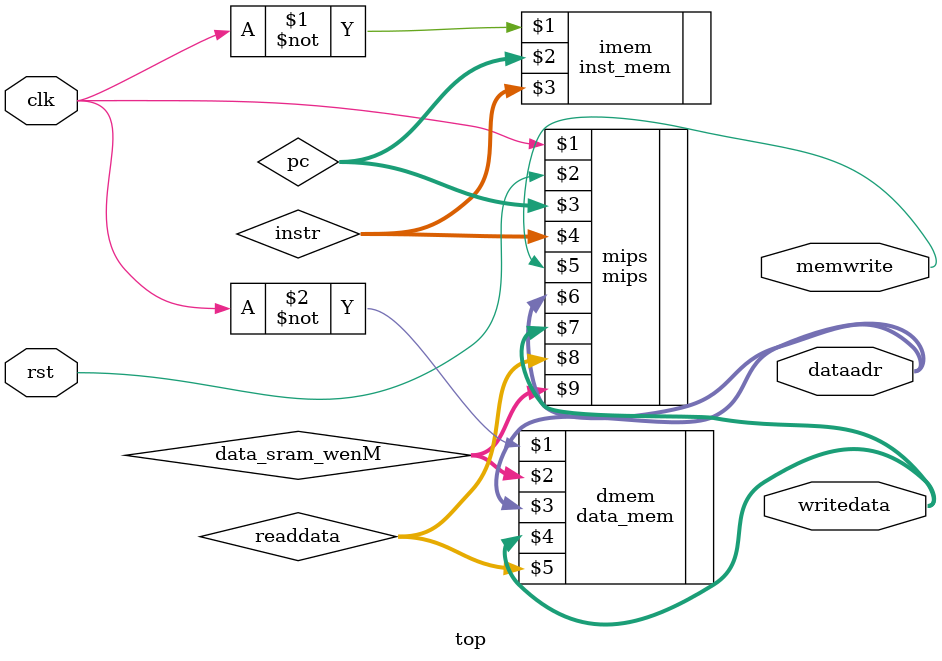
<source format=v>
`timescale 1ns / 1ps


module top(
	input wire clk,rst,
	output wire[31:0] writedata,dataadr,
	output wire memwrite
    );

	wire[31:0] pc,instr,readdata;
	wire[3:0] data_sram_wenM;

	mips mips(clk,rst,pc,instr,memwrite,dataadr,writedata,readdata,data_sram_wenM);
	inst_mem imem(~clk,pc,instr);
	data_mem dmem(~clk,data_sram_wenM,dataadr,writedata,readdata);
endmodule

</source>
